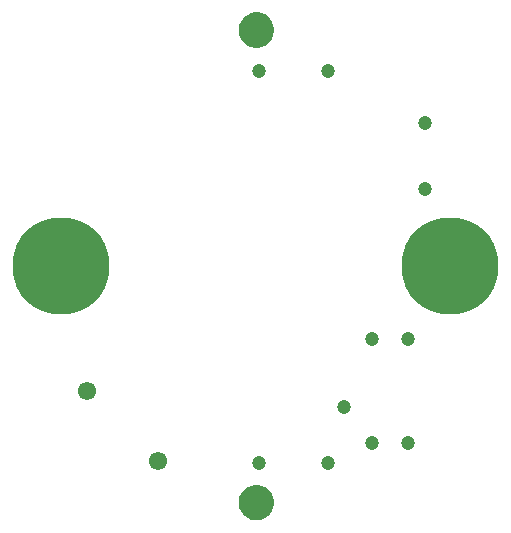
<source format=gbs>
G04*
G04 #@! TF.GenerationSoftware,Altium Limited,Altium Designer,20.1.8 (145)*
G04*
G04 Layer_Color=16711935*
%FSTAX43Y43*%
%MOMM*%
G71*
G04*
G04 #@! TF.SameCoordinates,59881587-8D87-46A2-A81E-376F0E243C69*
G04*
G04*
G04 #@! TF.FilePolarity,Negative*
G04*
G01*
G75*
%ADD13C,1.553*%
%ADD14C,1.203*%
%ADD15C,8.203*%
G36*
X0100511Y0056446D02*
X0100784Y0056333D01*
X0101028Y0056169D01*
X0101237Y0055961D01*
X01014Y0055716D01*
X0101513Y0055444D01*
X0101571Y0055155D01*
Y0054855D01*
X0101513Y0054566D01*
X01014Y0054293D01*
X0101236Y0054047D01*
X0101027Y0053838D01*
X0100781Y0053674D01*
X0100508Y0053561D01*
X0100218Y0053503D01*
X0099917D01*
X0099628Y0053561D01*
X0099357Y0053673D01*
X0099112Y0053837D01*
X0098904Y0054045D01*
X0098741Y0054289D01*
X0098628Y0054561D01*
X0098571Y005485D01*
Y005515D01*
X0098628Y0055439D01*
X0098741Y0055711D01*
X0098904Y0055955D01*
X0099112Y0056163D01*
X0099357Y0056327D01*
X0099628Y0056439D01*
X0099917Y0056497D01*
X0100064Y0056497D01*
X0100075Y0056503D01*
Y0056503D01*
X0100223D01*
X0100511Y0056446D01*
D02*
G37*
G36*
Y0096446D02*
X0100784Y0096333D01*
X0101028Y0096169D01*
X0101237Y0095961D01*
X01014Y0095716D01*
X0101513Y0095444D01*
X0101571Y0095155D01*
Y0094855D01*
X0101513Y0094566D01*
X01014Y0094293D01*
X0101236Y0094047D01*
X0101027Y0093838D01*
X0100781Y0093674D01*
X0100508Y0093561D01*
X0100218Y0093503D01*
X0099917D01*
X0099628Y0093561D01*
X0099357Y0093673D01*
X0099112Y0093837D01*
X0098904Y0094045D01*
X0098741Y0094289D01*
X0098628Y0094561D01*
X0098571Y009485D01*
Y009515D01*
X0098628Y0095439D01*
X0098741Y0095711D01*
X0098904Y0095955D01*
X0099112Y0096163D01*
X0099357Y0096327D01*
X0099628Y0096439D01*
X0099917Y0096497D01*
X0100064Y0096497D01*
X0100075Y0096503D01*
Y0096503D01*
X0100223D01*
X0100511Y0096446D01*
D02*
G37*
D13*
X0091743Y0058504D02*
D03*
X0085755Y0064484D02*
D03*
D14*
X0114375Y0081525D02*
D03*
Y0087175D02*
D03*
X0100325Y0091525D02*
D03*
X0107475Y0063125D02*
D03*
X0112875Y0068888D02*
D03*
X0109825D02*
D03*
X0112875Y0060012D02*
D03*
X0109825D02*
D03*
X0106175Y0058325D02*
D03*
X0100325D02*
D03*
X0106175Y0091525D02*
D03*
D15*
X00835Y0075D02*
D03*
X01165D02*
D03*
M02*

</source>
